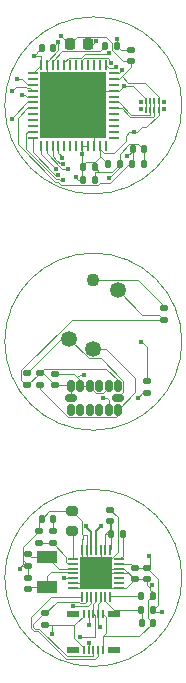
<source format=gbr>
%TF.GenerationSoftware,KiCad,Pcbnew,9.0.0*%
%TF.CreationDate,2025-03-13T16:46:44-04:00*%
%TF.ProjectId,IngestibleCapsule-Board_larger_vias,496e6765-7374-4696-926c-654361707375,rev?*%
%TF.SameCoordinates,Original*%
%TF.FileFunction,Copper,L1,Top*%
%TF.FilePolarity,Positive*%
%FSLAX46Y46*%
G04 Gerber Fmt 4.6, Leading zero omitted, Abs format (unit mm)*
G04 Created by KiCad (PCBNEW 9.0.0) date 2025-03-13 16:46:44*
%MOMM*%
%LPD*%
G01*
G04 APERTURE LIST*
G04 Aperture macros list*
%AMRoundRect*
0 Rectangle with rounded corners*
0 $1 Rounding radius*
0 $2 $3 $4 $5 $6 $7 $8 $9 X,Y pos of 4 corners*
0 Add a 4 corners polygon primitive as box body*
4,1,4,$2,$3,$4,$5,$6,$7,$8,$9,$2,$3,0*
0 Add four circle primitives for the rounded corners*
1,1,$1+$1,$2,$3*
1,1,$1+$1,$4,$5*
1,1,$1+$1,$6,$7*
1,1,$1+$1,$8,$9*
0 Add four rect primitives between the rounded corners*
20,1,$1+$1,$2,$3,$4,$5,0*
20,1,$1+$1,$4,$5,$6,$7,0*
20,1,$1+$1,$6,$7,$8,$9,0*
20,1,$1+$1,$8,$9,$2,$3,0*%
G04 Aperture macros list end*
%TA.AperFunction,SMDPad,CuDef*%
%ADD10R,0.220000X0.700000*%
%TD*%
%TA.AperFunction,SMDPad,CuDef*%
%ADD11R,1.000000X0.500000*%
%TD*%
%TA.AperFunction,HeatsinkPad*%
%ADD12R,2.700000X2.700000*%
%TD*%
%TA.AperFunction,SMDPad,CuDef*%
%ADD13RoundRect,0.050000X-0.050000X-0.362500X0.050000X-0.362500X0.050000X0.362500X-0.050000X0.362500X0*%
%TD*%
%TA.AperFunction,SMDPad,CuDef*%
%ADD14RoundRect,0.050000X-0.362500X-0.050000X0.362500X-0.050000X0.362500X0.050000X-0.362500X0.050000X0*%
%TD*%
%TA.AperFunction,SMDPad,CuDef*%
%ADD15RoundRect,0.140000X-0.170000X0.140000X-0.170000X-0.140000X0.170000X-0.140000X0.170000X0.140000X0*%
%TD*%
%TA.AperFunction,SMDPad,CuDef*%
%ADD16RoundRect,0.140000X0.170000X-0.140000X0.170000X0.140000X-0.170000X0.140000X-0.170000X-0.140000X0*%
%TD*%
%TA.AperFunction,SMDPad,CuDef*%
%ADD17RoundRect,0.135000X0.135000X0.185000X-0.135000X0.185000X-0.135000X-0.185000X0.135000X-0.185000X0*%
%TD*%
%TA.AperFunction,SMDPad,CuDef*%
%ADD18RoundRect,0.140000X-0.140000X-0.170000X0.140000X-0.170000X0.140000X0.170000X-0.140000X0.170000X0*%
%TD*%
%TA.AperFunction,ComponentPad*%
%ADD19C,1.350000*%
%TD*%
%TA.AperFunction,ComponentPad*%
%ADD20C,1.100000*%
%TD*%
%TA.AperFunction,SMDPad,CuDef*%
%ADD21RoundRect,0.135000X-0.185000X0.135000X-0.185000X-0.135000X0.185000X-0.135000X0.185000X0.135000X0*%
%TD*%
%TA.AperFunction,SMDPad,CuDef*%
%ADD22RoundRect,0.225000X-0.225000X-0.250000X0.225000X-0.250000X0.225000X0.250000X-0.225000X0.250000X0*%
%TD*%
%TA.AperFunction,SMDPad,CuDef*%
%ADD23RoundRect,0.140000X0.140000X0.170000X-0.140000X0.170000X-0.140000X-0.170000X0.140000X-0.170000X0*%
%TD*%
%TA.AperFunction,SMDPad,CuDef*%
%ADD24RoundRect,0.200000X0.275000X-0.200000X0.275000X0.200000X-0.275000X0.200000X-0.275000X-0.200000X0*%
%TD*%
%TA.AperFunction,SMDPad,CuDef*%
%ADD25RoundRect,0.135000X0.185000X-0.135000X0.185000X0.135000X-0.185000X0.135000X-0.185000X-0.135000X0*%
%TD*%
%TA.AperFunction,SMDPad,CuDef*%
%ADD26RoundRect,0.135000X-0.135000X-0.185000X0.135000X-0.185000X0.135000X0.185000X-0.135000X0.185000X0*%
%TD*%
%TA.AperFunction,SMDPad,CuDef*%
%ADD27R,0.380000X0.300000*%
%TD*%
%TA.AperFunction,SMDPad,CuDef*%
%ADD28R,0.200000X0.520000*%
%TD*%
%TA.AperFunction,SMDPad,CuDef*%
%ADD29RoundRect,0.062500X-0.375000X-0.062500X0.375000X-0.062500X0.375000X0.062500X-0.375000X0.062500X0*%
%TD*%
%TA.AperFunction,SMDPad,CuDef*%
%ADD30RoundRect,0.062500X-0.062500X-0.375000X0.062500X-0.375000X0.062500X0.375000X-0.062500X0.375000X0*%
%TD*%
%TA.AperFunction,HeatsinkPad*%
%ADD31R,5.600000X5.600000*%
%TD*%
%TA.AperFunction,SMDPad,CuDef*%
%ADD32R,1.800000X1.000000*%
%TD*%
%TA.AperFunction,SMDPad,CuDef*%
%ADD33RoundRect,0.150000X-0.150000X0.325000X-0.150000X-0.325000X0.150000X-0.325000X0.150000X0.325000X0*%
%TD*%
%TA.AperFunction,SMDPad,CuDef*%
%ADD34RoundRect,0.150000X-0.325000X0.150000X-0.325000X-0.150000X0.325000X-0.150000X0.325000X0.150000X0*%
%TD*%
%TA.AperFunction,SMDPad,CuDef*%
%ADD35RoundRect,0.147500X-0.147500X-0.172500X0.147500X-0.172500X0.147500X0.172500X-0.147500X0.172500X0*%
%TD*%
%TA.AperFunction,ViaPad*%
%ADD36C,0.450000*%
%TD*%
%TA.AperFunction,Conductor*%
%ADD37C,0.200000*%
%TD*%
%TA.AperFunction,Conductor*%
%ADD38C,0.100000*%
%TD*%
%TA.AperFunction,Profile*%
%ADD39C,0.050000*%
%TD*%
G04 APERTURE END LIST*
D10*
%TO.P,J4,1,1*%
%TO.N,SPI_GND*%
X100800001Y-118050001D03*
%TO.P,J4,2,2*%
%TO.N,/SPI_MISO*%
X100399999Y-118050001D03*
%TO.P,J4,3,3*%
%TO.N,/SPI_MOSI*%
X100000000Y-118050001D03*
%TO.P,J4,4,4*%
%TO.N,/MEM_CS*%
X99600001Y-118050001D03*
%TO.P,J4,5,5*%
%TO.N,SPI_VDD*%
X99199999Y-118050001D03*
%TO.P,J4,6,6*%
%TO.N,SPI_GND*%
X100800001Y-121149999D03*
%TO.P,J4,7,7*%
%TO.N,/RF_IRQ*%
X100399999Y-121149999D03*
%TO.P,J4,8,8*%
%TO.N,/RF_CS*%
X100000000Y-121149999D03*
%TO.P,J4,9,9*%
%TO.N,/SPI_SCK*%
X99600001Y-121149999D03*
%TO.P,J4,10,10*%
%TO.N,SPI_VDD*%
X99199999Y-121149999D03*
D11*
%TO.P,J4,P1*%
%TO.N,N/C*%
X101749996Y-118100000D03*
%TO.P,J4,P2*%
X98250004Y-118100000D03*
%TO.P,J4,P3*%
X101749996Y-121100000D03*
%TO.P,J4,P4*%
X98250004Y-121100000D03*
%TD*%
D12*
%TO.P,U5,29,GND*%
%TO.N,SPI_GND*%
X100225000Y-114625000D03*
D13*
%TO.P,U5,28,GND*%
X99025000Y-112662500D03*
%TO.P,U5,27,GND*%
X99425000Y-112662500D03*
%TO.P,U5,26,RFP*%
%TO.N,/RF Transceiver/RFP*%
X99825000Y-112662500D03*
%TO.P,U5,25,RFN*%
%TO.N,/RF Transceiver/RFN*%
X100225000Y-112662500D03*
%TO.P,U5,24,GND*%
%TO.N,SPI_GND*%
X100625000Y-112662500D03*
%TO.P,U5,23,AVDD_1V*%
%TO.N,Net-(U5-AVDD_1V)*%
X101025000Y-112662500D03*
%TO.P,U5,22,DVDD_1V*%
X101425000Y-112662500D03*
D14*
%TO.P,U5,21,REG_OUT*%
%TO.N,Net-(U5-REG_OUT)*%
X102187500Y-113425000D03*
%TO.P,U5,20,DVDD_3V*%
%TO.N,SPI_VDD*%
X102187500Y-113825000D03*
%TO.P,U5,19,RES*%
%TO.N,SPI_GND*%
X102187500Y-114225000D03*
%TO.P,U5,18,RES*%
X102187500Y-114625000D03*
%TO.P,U5,17,PLL_CLK*%
%TO.N,unconnected-(U5-PLL_CLK-Pad17)*%
X102187500Y-115025000D03*
%TO.P,U5,16,XTAL_CLK*%
%TO.N,unconnected-(U5-XTAL_CLK-Pad16)*%
X102187500Y-115425000D03*
%TO.P,U5,15,RES*%
%TO.N,SPI_GND*%
X102187500Y-115825000D03*
D13*
%TO.P,U5,14,DVDD_1V8*%
%TO.N,Net-(U5-DVDD_1V8)*%
X101425000Y-116587500D03*
%TO.P,U5,13,RSTN*%
%TO.N,Net-(U5-RSTN)*%
X101025000Y-116587500D03*
%TO.P,U5,12,MISO*%
%TO.N,/SPI_MISO*%
X100625000Y-116587500D03*
%TO.P,U5,11,MOSI*%
%TO.N,/SPI_MOSI*%
X100225000Y-116587500D03*
%TO.P,U5,10,SCK*%
%TO.N,/SPI_SCK*%
X99825000Y-116587500D03*
%TO.P,U5,9,CSN*%
%TO.N,/RF_CS*%
X99425000Y-116587500D03*
%TO.P,U5,8,IRQ*%
%TO.N,/RF_IRQ*%
X99025000Y-116587500D03*
D14*
%TO.P,U5,7,SHUTDOWN*%
%TO.N,SPI_GND*%
X98262500Y-115825000D03*
%TO.P,U5,6,GND*%
X98262500Y-115425000D03*
%TO.P,U5,5,AVDD_3V*%
%TO.N,SPI_VDD*%
X98262500Y-115025000D03*
%TO.P,U5,4,XTAL_C2*%
%TO.N,Net-(U5-XTAL_C2)*%
X98262500Y-114625000D03*
%TO.P,U5,3,XTAL_C1*%
%TO.N,Net-(U5-XTAL_C1)*%
X98262500Y-114225000D03*
%TO.P,U5,2,PLL_TUNE*%
%TO.N,Net-(U5-PLL_TUNE)*%
X98262500Y-113825000D03*
%TO.P,U5,1,BIAS*%
%TO.N,Net-(U5-BIAS)*%
X98262500Y-113425000D03*
%TD*%
D15*
%TO.P,C19,1*%
%TO.N,SPI_VDD*%
X104550000Y-114145000D03*
%TO.P,C19,2*%
%TO.N,SPI_GND*%
X104550000Y-115105000D03*
%TD*%
%TO.P,C18,1*%
%TO.N,SPI_VDD*%
X103500000Y-114140000D03*
%TO.P,C18,2*%
%TO.N,SPI_GND*%
X103500000Y-115100000D03*
%TD*%
D16*
%TO.P,C13,1*%
%TO.N,I2C_VDD*%
X106000000Y-93130000D03*
%TO.P,C13,2*%
%TO.N,I2C_GND*%
X106000000Y-92170000D03*
%TD*%
D17*
%TO.P,R10,1*%
%TO.N,SPI_VDD*%
X105090000Y-117700000D03*
%TO.P,R10,2*%
%TO.N,Net-(U5-RSTN)*%
X104070000Y-117700000D03*
%TD*%
D18*
%TO.P,C5,1*%
%TO.N,+3.3V*%
X95620000Y-70100000D03*
%TO.P,C5,2*%
%TO.N,GND*%
X96580000Y-70100000D03*
%TD*%
%TO.P,C9,1*%
%TO.N,+3.3V*%
X99140000Y-81280000D03*
%TO.P,C9,2*%
%TO.N,GND*%
X100100000Y-81280000D03*
%TD*%
D19*
%TO.P,U2,1,SDA*%
%TO.N,/SEN_I2C_SDA*%
X100000000Y-95600000D03*
%TO.P,U2,2,VDD*%
%TO.N,I2C_VDD*%
X102065000Y-90615000D03*
D20*
%TO.P,U2,3,GND*%
%TO.N,I2C_GND*%
X100000000Y-89760000D03*
D19*
%TO.P,U2,4,SCL*%
%TO.N,/SEN_I2C_SCL*%
X97935000Y-94745000D03*
%TD*%
D16*
%TO.P,C20,1*%
%TO.N,Net-(U5-AVDD_1V)*%
X101425000Y-110205000D03*
%TO.P,C20,2*%
%TO.N,SPI_GND*%
X101425000Y-109245000D03*
%TD*%
D21*
%TO.P,R5,1*%
%TO.N,I2C_GND*%
X104550000Y-98330000D03*
%TO.P,R5,2*%
%TO.N,Net-(U3-SDO{slash}ADDR)*%
X104550000Y-99350000D03*
%TD*%
D18*
%TO.P,C17,1*%
%TO.N,Net-(U5-RSTN)*%
X104090000Y-118800000D03*
%TO.P,C17,2*%
%TO.N,SPI_GND*%
X105050000Y-118800000D03*
%TD*%
D16*
%TO.P,C23,1*%
%TO.N,Net-(U5-PLL_TUNE)*%
X95400000Y-112010000D03*
%TO.P,C23,2*%
%TO.N,SPI_GND*%
X95400000Y-111050000D03*
%TD*%
%TO.P,C12,1*%
%TO.N,I2C_VDD*%
X96750000Y-98680000D03*
%TO.P,C12,2*%
%TO.N,I2C_GND*%
X96750000Y-97720000D03*
%TD*%
D22*
%TO.P,C10,1*%
%TO.N,+3.3V*%
X98000000Y-69800000D03*
%TO.P,C10,2*%
%TO.N,GND*%
X99550000Y-69800000D03*
%TD*%
D23*
%TO.P,C22,1*%
%TO.N,Net-(C22-Pad1)*%
X96580000Y-110000000D03*
%TO.P,C22,2*%
%TO.N,SPI_GND*%
X95620000Y-110000000D03*
%TD*%
D18*
%TO.P,C8,1*%
%TO.N,+3.3V*%
X99150000Y-80230000D03*
%TO.P,C8,2*%
%TO.N,GND*%
X100110000Y-80230000D03*
%TD*%
%TO.P,C21,1*%
%TO.N,Net-(U5-DVDD_1V8)*%
X104070000Y-116550000D03*
%TO.P,C21,2*%
%TO.N,SPI_GND*%
X105030000Y-116550000D03*
%TD*%
%TO.P,C11,1*%
%TO.N,/Processor/NRST*%
X103320000Y-78700000D03*
%TO.P,C11,2*%
%TO.N,GND*%
X104280000Y-78700000D03*
%TD*%
D16*
%TO.P,C15,1*%
%TO.N,Net-(U5-XTAL_C2)*%
X94500000Y-115980000D03*
%TO.P,C15,2*%
%TO.N,SPI_GND*%
X94500000Y-115020000D03*
%TD*%
D24*
%TO.P,R11,1*%
%TO.N,Net-(U5-BIAS)*%
X98200000Y-111025000D03*
%TO.P,R11,2*%
%TO.N,SPI_GND*%
X98200000Y-109375000D03*
%TD*%
D21*
%TO.P,R7,1*%
%TO.N,I2C_VDD*%
X95450000Y-97680000D03*
%TO.P,R7,2*%
%TO.N,/SEN_I2C_SDA*%
X95450000Y-98700000D03*
%TD*%
D16*
%TO.P,C6,1*%
%TO.N,+3.3V*%
X103200000Y-71280000D03*
%TO.P,C6,2*%
%TO.N,GND*%
X103200000Y-70320000D03*
%TD*%
D18*
%TO.P,C7,1*%
%TO.N,+3.3V*%
X101260000Y-80000000D03*
%TO.P,C7,2*%
%TO.N,GND*%
X102220000Y-80000000D03*
%TD*%
D25*
%TO.P,R6,1*%
%TO.N,I2C_VDD*%
X94350000Y-98710000D03*
%TO.P,R6,2*%
%TO.N,/SEN_I2C_SCL*%
X94350000Y-97690000D03*
%TD*%
%TO.P,R9,1*%
%TO.N,SPI_VDD*%
X95950000Y-119010000D03*
%TO.P,R9,2*%
%TO.N,/RF_CS*%
X95950000Y-117990000D03*
%TD*%
D26*
%TO.P,R3,1*%
%TO.N,/Processor/NRST*%
X103300000Y-80000000D03*
%TO.P,R3,2*%
%TO.N,GND*%
X104320000Y-80000000D03*
%TD*%
D27*
%TO.P,J2,*%
%TO.N,*%
X104035000Y-74720000D03*
X104035000Y-75280000D03*
X105965000Y-74720000D03*
X105965000Y-75280000D03*
D28*
%TO.P,J2,1,1*%
%TO.N,GND*%
X104475000Y-74610000D03*
X104475000Y-75390000D03*
%TO.P,J2,2,2*%
%TO.N,/MCU_I2C_SCL*%
X104825000Y-74610000D03*
X104825000Y-75390000D03*
%TO.P,J2,3,3*%
%TO.N,/MCU_I2C_SDA*%
X105175000Y-74610000D03*
X105175000Y-75390000D03*
%TO.P,J2,4,4*%
%TO.N,+3.3V*%
X105525000Y-74610000D03*
X105525000Y-75390000D03*
%TD*%
D25*
%TO.P,R12,1*%
%TO.N,Net-(U5-PLL_TUNE)*%
X96550000Y-112070000D03*
%TO.P,R12,2*%
%TO.N,Net-(C22-Pad1)*%
X96550000Y-111050000D03*
%TD*%
D29*
%TO.P,U1,1,VBAT*%
%TO.N,+3.3V*%
X94862500Y-72250000D03*
%TO.P,U1,2,PC13*%
%TO.N,unconnected-(U1-PC13-Pad2)*%
X94862500Y-72750000D03*
%TO.P,U1,3,PC14*%
%TO.N,Net-(U1-PC14)*%
X94862500Y-73250000D03*
%TO.P,U1,4,PC15*%
%TO.N,Net-(U1-PC15)*%
X94862500Y-73750000D03*
%TO.P,U1,5,PF0*%
%TO.N,Net-(U1-PF0)*%
X94862500Y-74250000D03*
%TO.P,U1,6,PF1*%
%TO.N,Net-(U1-PF1)*%
X94862500Y-74750000D03*
%TO.P,U1,7,PG10*%
%TO.N,/Processor/NRST*%
X94862500Y-75250000D03*
%TO.P,U1,8,PA0*%
%TO.N,unconnected-(U1-PA0-Pad8)*%
X94862500Y-75750000D03*
%TO.P,U1,9,PA1*%
%TO.N,unconnected-(U1-PA1-Pad9)*%
X94862500Y-76250000D03*
%TO.P,U1,10,PA2*%
%TO.N,unconnected-(U1-PA2-Pad10)*%
X94862500Y-76750000D03*
%TO.P,U1,11,PA3*%
%TO.N,/MCU_RF_IRQ*%
X94862500Y-77250000D03*
%TO.P,U1,12,PA4*%
%TO.N,/MCU_RF_CS*%
X94862500Y-77750000D03*
D30*
%TO.P,U1,13,PA5*%
%TO.N,/MCU_SPI_SCK*%
X95550000Y-78437500D03*
%TO.P,U1,14,PA6*%
%TO.N,/MCU_SPI_MISO*%
X96050000Y-78437500D03*
%TO.P,U1,15,PA7*%
%TO.N,/MCU_SPI_MOSI*%
X96550000Y-78437500D03*
%TO.P,U1,16,PC4*%
%TO.N,/MCU_MEM_CS*%
X97050000Y-78437500D03*
%TO.P,U1,17,PB0*%
%TO.N,unconnected-(U1-PB0-Pad17)*%
X97550000Y-78437500D03*
%TO.P,U1,18,PB1*%
%TO.N,unconnected-(U1-PB1-Pad18)*%
X98050000Y-78437500D03*
%TO.P,U1,19,PB2*%
%TO.N,unconnected-(U1-PB2-Pad19)*%
X98550000Y-78437500D03*
%TO.P,U1,20,VREF+*%
%TO.N,+3.3V*%
X99050000Y-78437500D03*
%TO.P,U1,21,VDDA*%
X99550000Y-78437500D03*
%TO.P,U1,22,PB10*%
%TO.N,GND*%
X100050000Y-78437500D03*
%TO.P,U1,23,VDD*%
%TO.N,+3.3V*%
X100550000Y-78437500D03*
%TO.P,U1,24,PB11*%
%TO.N,unconnected-(U1-PB11-Pad24)*%
X101050000Y-78437500D03*
D29*
%TO.P,U1,25,PB12*%
%TO.N,unconnected-(U1-PB12-Pad25)*%
X101737500Y-77750000D03*
%TO.P,U1,26,PB13*%
%TO.N,unconnected-(U1-PB13-Pad26)*%
X101737500Y-77250000D03*
%TO.P,U1,27,PB14*%
%TO.N,unconnected-(U1-PB14-Pad27)*%
X101737500Y-76750000D03*
%TO.P,U1,28,PB15*%
%TO.N,unconnected-(U1-PB15-Pad28)*%
X101737500Y-76250000D03*
%TO.P,U1,29,PC6*%
%TO.N,unconnected-(U1-PC6-Pad29)*%
X101737500Y-75750000D03*
%TO.P,U1,30,PA8*%
%TO.N,/MCU_I2C_SDA*%
X101737500Y-75250000D03*
%TO.P,U1,31,PA9*%
%TO.N,/MCU_I2C_SCL*%
X101737500Y-74750000D03*
%TO.P,U1,32,PA10*%
%TO.N,unconnected-(U1-PA10-Pad32)*%
X101737500Y-74250000D03*
%TO.P,U1,33,PA11*%
%TO.N,GND*%
X101737500Y-73750000D03*
%TO.P,U1,34,PA12*%
%TO.N,unconnected-(U1-PA12-Pad34)*%
X101737500Y-73250000D03*
%TO.P,U1,35,VDD*%
%TO.N,+3.3V*%
X101737500Y-72750000D03*
%TO.P,U1,36,PA13*%
%TO.N,/Processor/SWDIO*%
X101737500Y-72250000D03*
D30*
%TO.P,U1,37,PA14*%
%TO.N,/Processor/SWCLK*%
X101050000Y-71562500D03*
%TO.P,U1,38,PA15*%
%TO.N,unconnected-(U1-PA15-Pad38)*%
X100550000Y-71562500D03*
%TO.P,U1,39,PC10*%
%TO.N,unconnected-(U1-PC10-Pad39)*%
X100050000Y-71562500D03*
%TO.P,U1,40,PC11*%
%TO.N,unconnected-(U1-PC11-Pad40)*%
X99550000Y-71562500D03*
%TO.P,U1,41,PB3*%
%TO.N,/Processor/SWO*%
X99050000Y-71562500D03*
%TO.P,U1,42,PB4*%
%TO.N,unconnected-(U1-PB4-Pad42)*%
X98550000Y-71562500D03*
%TO.P,U1,43,PB5*%
%TO.N,unconnected-(U1-PB5-Pad43)*%
X98050000Y-71562500D03*
%TO.P,U1,44,PB6*%
%TO.N,/Processor/LED_OUT*%
X97550000Y-71562500D03*
%TO.P,U1,45,PB7*%
%TO.N,unconnected-(U1-PB7-Pad45)*%
X97050000Y-71562500D03*
%TO.P,U1,46,PB8*%
%TO.N,/Processor/BOOT0*%
X96550000Y-71562500D03*
%TO.P,U1,47,PB9*%
%TO.N,GND*%
X96050000Y-71562500D03*
%TO.P,U1,48,VDD*%
%TO.N,+3.3V*%
X95550000Y-71562500D03*
D31*
%TO.P,U1,49,VSS*%
%TO.N,GND*%
X98300000Y-75000000D03*
%TD*%
D15*
%TO.P,C16,1*%
%TO.N,Net-(U5-XTAL_C1)*%
X94500000Y-113020000D03*
%TO.P,C16,2*%
%TO.N,SPI_GND*%
X94500000Y-113980000D03*
%TD*%
D32*
%TO.P,Y3,1,1*%
%TO.N,Net-(U5-XTAL_C2)*%
X96100000Y-115750000D03*
%TO.P,Y3,2,2*%
%TO.N,Net-(U5-XTAL_C1)*%
X96100000Y-113250000D03*
%TD*%
D33*
%TO.P,U3,1,Vdd_I/O*%
%TO.N,I2C_VDD*%
X102100000Y-98750000D03*
%TO.P,U3,2,GND*%
%TO.N,I2C_GND*%
X101300000Y-98750000D03*
%TO.P,U3,3,RES*%
%TO.N,unconnected-(U3-RES-Pad3)*%
X100500000Y-98750000D03*
%TO.P,U3,4,GND*%
%TO.N,I2C_GND*%
X99700000Y-98750000D03*
%TO.P,U3,5,GND*%
X98900000Y-98750000D03*
%TO.P,U3,6,Vs*%
%TO.N,I2C_VDD*%
X98100000Y-98750000D03*
D34*
%TO.P,U3,7,~{CS}*%
X98100000Y-99750000D03*
D33*
%TO.P,U3,8,INT1*%
%TO.N,unconnected-(U3-INT1-Pad8)*%
X98100000Y-100750000D03*
%TO.P,U3,9,INT2*%
%TO.N,unconnected-(U3-INT2-Pad9)*%
X98900000Y-100750000D03*
%TO.P,U3,10,NC*%
%TO.N,unconnected-(U3-NC-Pad10)*%
X99700000Y-100750000D03*
%TO.P,U3,11,RES*%
%TO.N,unconnected-(U3-RES-Pad11)*%
X100500000Y-100750000D03*
%TO.P,U3,12,SDO/ADDR*%
%TO.N,Net-(U3-SDO{slash}ADDR)*%
X101300000Y-100750000D03*
%TO.P,U3,13,SDA/SDI/SDIO*%
%TO.N,/SEN_I2C_SDA*%
X102100000Y-100750000D03*
D34*
%TO.P,U3,14,SCL/SCLK*%
%TO.N,/SEN_I2C_SCL*%
X102100000Y-99750000D03*
%TD*%
D26*
%TO.P,R2,1*%
%TO.N,/Processor/BOOT0*%
X100980000Y-70000000D03*
%TO.P,R2,2*%
%TO.N,GND*%
X102000000Y-70000000D03*
%TD*%
D35*
%TO.P,L1,1*%
%TO.N,Net-(U5-AVDD_1V)*%
X101530000Y-111250000D03*
%TO.P,L1,2*%
%TO.N,Net-(U5-REG_OUT)*%
X102500000Y-111250000D03*
%TD*%
D36*
%TO.N,Net-(U1-PC15)*%
X93125000Y-73760000D03*
%TO.N,Net-(U1-PF1)*%
X93078968Y-76120526D03*
%TO.N,/Processor/NRST*%
X102890000Y-79280000D03*
%TO.N,GND*%
X97380000Y-76440000D03*
X100400000Y-76830000D03*
X101320000Y-81120000D03*
X102580000Y-73330000D03*
X97050000Y-69620000D03*
X100250000Y-69549000D03*
X102000000Y-69350000D03*
%TO.N,Net-(U1-PF0)*%
X94000000Y-74100000D03*
%TO.N,Net-(U1-PC14)*%
X93570000Y-72740000D03*
%TO.N,+3.3V*%
X97233053Y-69101353D03*
X98499933Y-81089999D03*
X94990000Y-70800000D03*
X103430000Y-77250000D03*
X99000000Y-79140000D03*
%TO.N,/Processor/LED_OUT*%
X101336290Y-70594829D03*
%TO.N,/Processor/SWO*%
X101500000Y-71372187D03*
%TO.N,/Processor/SWDIO*%
X102417334Y-71977334D03*
%TO.N,/Processor/SWCLK*%
X101890000Y-71760000D03*
%TO.N,Net-(U3-SDO{slash}ADDR)*%
X103750000Y-99750000D03*
X100820000Y-99770000D03*
%TO.N,/RF Transceiver/RFP*%
X99420000Y-110620000D03*
%TO.N,/RF Transceiver/RFN*%
X100660000Y-110640000D03*
%TO.N,I2C_GND*%
X104059900Y-95003004D03*
X99190000Y-97820000D03*
%TO.N,/MCU_SPI_MOSI*%
X97471597Y-79961266D03*
%TO.N,/MCU_MEM_CS*%
X97312549Y-79434762D03*
%TO.N,/MCU_SPI_MISO*%
X97825002Y-80398683D03*
%TO.N,/MCU_RF_IRQ*%
X97413758Y-81311285D03*
%TO.N,/MCU_RF_CS*%
X97045454Y-80894000D03*
%TO.N,/MCU_SPI_SCK*%
X96832675Y-80386823D03*
%TO.N,SPI_GND*%
X105000000Y-115610000D03*
X93810000Y-114220000D03*
%TO.N,SPI_VDD*%
X97480000Y-115000000D03*
X104750000Y-113150000D03*
X105840000Y-117880000D03*
X96520000Y-119750000D03*
%TO.N,/SPI_MOSI*%
X98890000Y-119990000D03*
%TO.N,/MEM_CS*%
X99600000Y-118960000D03*
%TO.N,/SPI_MISO*%
X100600000Y-119180000D03*
%TO.N,/SPI_SCK*%
X98250000Y-117390000D03*
X99600000Y-120475000D03*
%TD*%
D37*
%TO.N,/RF Transceiver/RFP*%
X99825000Y-111095000D02*
X99825000Y-112662500D01*
X99390000Y-110660000D02*
X99825000Y-111095000D01*
X99420000Y-110620000D02*
X99390000Y-110650000D01*
X99390000Y-110650000D02*
X99390000Y-110660000D01*
D38*
%TO.N,SPI_VDD*%
X105270000Y-117880000D02*
X105090000Y-117700000D01*
X105840000Y-117880000D02*
X105270000Y-117880000D01*
%TO.N,SPI_GND*%
X105030000Y-116205000D02*
X105030000Y-116550000D01*
X104840000Y-115770000D02*
X104840000Y-116015000D01*
X104840000Y-116015000D02*
X105030000Y-116205000D01*
X104550000Y-115625000D02*
X104550000Y-115105000D01*
X104695000Y-115770000D02*
X104550000Y-115625000D01*
X105000000Y-115610000D02*
X104840000Y-115770000D01*
X104840000Y-115770000D02*
X104695000Y-115770000D01*
%TO.N,SPI_VDD*%
X104762500Y-113932500D02*
X104550000Y-114145000D01*
X104762500Y-113162500D02*
X104762500Y-113932500D01*
X104750000Y-113150000D02*
X104762500Y-113162500D01*
%TO.N,/SPI_SCK*%
X99540000Y-117390000D02*
X99825000Y-117105000D01*
X98250000Y-117390000D02*
X99540000Y-117390000D01*
X99825000Y-117105000D02*
X99825000Y-116587500D01*
%TO.N,/RF_CS*%
X98749358Y-117010000D02*
X96930000Y-117010000D01*
X98890358Y-117151000D02*
X98749358Y-117010000D01*
X99400000Y-117020000D02*
X99269000Y-117151000D01*
X99269000Y-117151000D02*
X98890358Y-117151000D01*
X99405000Y-117020000D02*
X99400000Y-117020000D01*
X99425000Y-116587500D02*
X99425000Y-117000000D01*
X99425000Y-117000000D02*
X99405000Y-117020000D01*
X96930000Y-117010000D02*
X95950000Y-117990000D01*
%TO.N,/SPI_MISO*%
X100399999Y-118488911D02*
X100399999Y-118050001D01*
X100400000Y-118488912D02*
X100399999Y-118488911D01*
X100400000Y-118980000D02*
X100400000Y-118488912D01*
X100600000Y-119180000D02*
X100400000Y-118980000D01*
%TO.N,SPI_GND*%
X101080000Y-118330000D02*
X100800001Y-118050001D01*
X101080000Y-119670001D02*
X101080000Y-118330000D01*
X100800001Y-119950000D02*
X101080000Y-119670001D01*
%TO.N,/MEM_CS*%
X99600001Y-118600001D02*
X99600001Y-118050001D01*
X99600000Y-118600002D02*
X99600001Y-118600001D01*
X99600000Y-118960000D02*
X99600000Y-118600002D01*
%TO.N,SPI_VDD*%
X96520000Y-119015000D02*
X96525000Y-119010000D01*
X96520000Y-119750000D02*
X96520000Y-119015000D01*
%TO.N,/SPI_SCK*%
X99600001Y-121149999D02*
X99600001Y-120475001D01*
X99600001Y-120475001D02*
X99600000Y-120475000D01*
%TO.N,SPI_VDD*%
X97750000Y-115000000D02*
X97480000Y-115000000D01*
X97775000Y-115025000D02*
X97750000Y-115000000D01*
X97775000Y-115025000D02*
X98262500Y-115025000D01*
%TO.N,Net-(U5-XTAL_C2)*%
X96100000Y-114810000D02*
X96100000Y-115750000D01*
X96430000Y-114480000D02*
X96100000Y-114810000D01*
X98117500Y-114480000D02*
X96430000Y-114480000D01*
X98262500Y-114625000D02*
X98117500Y-114480000D01*
D37*
%TO.N,/RF Transceiver/RFN*%
X100660000Y-110640000D02*
X100630000Y-110640000D01*
X100225000Y-111045000D02*
X100225000Y-112662500D01*
X100630000Y-110640000D02*
X100225000Y-111045000D01*
D38*
%TO.N,SPI_GND*%
X93810000Y-114065000D02*
X93825000Y-114050000D01*
X93810000Y-114220000D02*
X93810000Y-114065000D01*
X93895000Y-113980000D02*
X94500000Y-113980000D01*
X93825000Y-114050000D02*
X93895000Y-113980000D01*
X94039000Y-113836000D02*
X94039000Y-113519000D01*
X93825000Y-114050000D02*
X94039000Y-113836000D01*
%TO.N,I2C_GND*%
X104550000Y-95450000D02*
X104550000Y-98330000D01*
X104103004Y-95003004D02*
X104550000Y-95450000D01*
X104059900Y-95003004D02*
X104103004Y-95003004D01*
%TO.N,Net-(U3-SDO{slash}ADDR)*%
X103750000Y-99750000D02*
X104150000Y-99350000D01*
X104150000Y-99350000D02*
X104550000Y-99350000D01*
X101170000Y-99770000D02*
X101300000Y-99900000D01*
X101300000Y-99900000D02*
X101300000Y-100750000D01*
X100820000Y-99770000D02*
X101170000Y-99770000D01*
%TO.N,I2C_GND*%
X98855000Y-97820000D02*
X98649999Y-98025001D01*
X99190000Y-97820000D02*
X98855000Y-97820000D01*
%TO.N,+3.3V*%
X100550000Y-78678666D02*
X100550000Y-78437500D01*
X100897334Y-79026000D02*
X100550000Y-78678666D01*
X101774000Y-79026000D02*
X100897334Y-79026000D01*
X102750000Y-78050000D02*
X101774000Y-79026000D01*
X102750000Y-77550000D02*
X102750000Y-78050000D01*
X103025000Y-77275000D02*
X102750000Y-77550000D01*
X103245000Y-77275000D02*
X103025000Y-77275000D01*
X103430000Y-77250000D02*
X103270000Y-77250000D01*
X105525000Y-75834256D02*
X105525000Y-75390000D01*
X104495556Y-76863700D02*
X105525000Y-75834256D01*
X103430000Y-77250000D02*
X103700000Y-77250000D01*
X103700000Y-77250000D02*
X104086300Y-76863700D01*
X104086300Y-76863700D02*
X104495556Y-76863700D01*
X103270000Y-77250000D02*
X103245000Y-77275000D01*
X97380000Y-69180000D02*
X98000000Y-69800000D01*
X97233053Y-69101353D02*
X97311700Y-69180000D01*
X97311700Y-69180000D02*
X97380000Y-69180000D01*
X95550000Y-70850000D02*
X95550000Y-71562500D01*
X95250000Y-70470000D02*
X95620000Y-70100000D01*
X95500000Y-70800000D02*
X95550000Y-70850000D01*
X94990000Y-70800000D02*
X95500000Y-70800000D01*
X95250000Y-70540000D02*
X95250000Y-70470000D01*
X94990000Y-70800000D02*
X95250000Y-70540000D01*
%TO.N,/Processor/LED_OUT*%
X97901334Y-70970000D02*
X97550000Y-71321334D01*
X98920740Y-70970000D02*
X97901334Y-70970000D01*
X100633257Y-70631000D02*
X99259740Y-70631000D01*
X99259740Y-70631000D02*
X98920740Y-70970000D01*
X100633256Y-70631000D02*
X100633257Y-70631000D01*
X97550000Y-71321334D02*
X97550000Y-71562500D01*
X100634256Y-70630000D02*
X100633256Y-70631000D01*
X101304207Y-70630000D02*
X100634256Y-70630000D01*
X101336290Y-70594829D02*
X101336290Y-70597917D01*
X101336290Y-70597917D02*
X101304207Y-70630000D01*
%TO.N,/Processor/SWO*%
X99050000Y-71125001D02*
X99050000Y-71562500D01*
X99201001Y-70974000D02*
X99050000Y-71125001D01*
X100897334Y-70974000D02*
X99201001Y-70974000D01*
X101326000Y-71198187D02*
X101326000Y-71097334D01*
X101317770Y-71089104D02*
X101202666Y-70974000D01*
X101500000Y-71372187D02*
X101326000Y-71198187D01*
X101202666Y-70974000D02*
X100897334Y-70974000D01*
X101326000Y-71097334D02*
X101317770Y-71089104D01*
%TO.N,/Processor/BOOT0*%
X100550000Y-70430000D02*
X100980000Y-70000000D01*
X97381677Y-70430000D02*
X100550000Y-70430000D01*
X96550000Y-71562500D02*
X96550000Y-71261677D01*
X96550000Y-71261677D02*
X97381677Y-70430000D01*
%TO.N,/Processor/SWCLK*%
X101307500Y-71820000D02*
X101050000Y-71562500D01*
X101830000Y-71820000D02*
X101307500Y-71820000D01*
X101890000Y-71760000D02*
X101830000Y-71820000D01*
%TO.N,/Processor/SWDIO*%
X102144668Y-72250000D02*
X102417334Y-71977334D01*
X101737500Y-72250000D02*
X102144668Y-72250000D01*
%TO.N,+3.3V*%
X99050000Y-81190000D02*
X99140000Y-81280000D01*
X99000000Y-79140000D02*
X99050000Y-79190000D01*
X99050000Y-79190000D02*
X99050000Y-81190000D01*
X99050000Y-79090000D02*
X99000000Y-79140000D01*
X99050000Y-78437500D02*
X99050000Y-79090000D01*
%TO.N,/MCU_MEM_CS*%
X97312549Y-79434762D02*
X97312549Y-79272549D01*
X97312549Y-79272549D02*
X97050000Y-79010000D01*
X97050000Y-79010000D02*
X97050000Y-78437500D01*
%TO.N,/MCU_SPI_MOSI*%
X97225522Y-79961266D02*
X96848704Y-79584448D01*
X96848704Y-79584448D02*
X96550000Y-79285744D01*
X97471597Y-79961266D02*
X97225522Y-79961266D01*
X96550000Y-79285744D02*
X96550000Y-78437500D01*
%TO.N,/MCU_SPI_MISO*%
X96050000Y-79070000D02*
X96050000Y-78437500D01*
X97378683Y-80398683D02*
X96050000Y-79070000D01*
X97825002Y-80398683D02*
X97378683Y-80398683D01*
%TO.N,+3.3V*%
X98689934Y-81280000D02*
X98499933Y-81089999D01*
X99140000Y-81280000D02*
X98689934Y-81280000D01*
%TO.N,/MCU_SPI_SCK*%
X95550000Y-79130000D02*
X95550000Y-78437500D01*
X96832675Y-80386823D02*
X96806823Y-80386823D01*
X96806823Y-80386823D02*
X95550000Y-79130000D01*
%TO.N,/MCU_RF_CS*%
X94862500Y-78983988D02*
X94862500Y-77750000D01*
X97045454Y-80894000D02*
X96772512Y-80894000D01*
X96772512Y-80894000D02*
X94862500Y-78983988D01*
%TO.N,/MCU_RF_IRQ*%
X94425001Y-77250000D02*
X94862500Y-77250000D01*
X94274000Y-77401001D02*
X94425001Y-77250000D01*
X94274000Y-78679744D02*
X94274000Y-77401001D01*
X97103257Y-81269000D02*
X97103256Y-81269000D01*
X97103256Y-81269000D02*
X96936744Y-81269000D01*
X96936744Y-81269000D02*
X96863256Y-81269000D01*
X97145542Y-81311285D02*
X97103257Y-81269000D01*
X97413758Y-81311285D02*
X97145542Y-81311285D01*
X96863256Y-81269000D02*
X94274000Y-78679744D01*
%TO.N,/Processor/NRST*%
X102980000Y-80000000D02*
X103300000Y-80000000D01*
X101405584Y-81574416D02*
X102980000Y-80000000D01*
X100531000Y-81574416D02*
X101405584Y-81574416D01*
X100364416Y-81741000D02*
X100531000Y-81574416D01*
X98875584Y-81741000D02*
X100364416Y-81741000D01*
X98834584Y-81700000D02*
X98875584Y-81741000D01*
X97250000Y-81700000D02*
X98834584Y-81700000D01*
X97020000Y-81470000D02*
X97250000Y-81700000D01*
X93600000Y-76075001D02*
X93600000Y-78290000D01*
X94425001Y-75250000D02*
X93600000Y-76075001D01*
X96780000Y-81470000D02*
X97020000Y-81470000D01*
X94862500Y-75250000D02*
X94425001Y-75250000D01*
X93600000Y-78290000D02*
X96780000Y-81470000D01*
%TO.N,Net-(U1-PF0)*%
X94250000Y-74100000D02*
X94400000Y-74250000D01*
X94400000Y-74250000D02*
X94862500Y-74250000D01*
X94000000Y-74100000D02*
X94250000Y-74100000D01*
%TO.N,Net-(U1-PC15)*%
X93485000Y-73400000D02*
X93125000Y-73760000D01*
X94274000Y-73400000D02*
X93485000Y-73400000D01*
X94397334Y-73526000D02*
X94274000Y-73402666D01*
X94274000Y-73402666D02*
X94274000Y-73400000D01*
X94862500Y-73750000D02*
X94638500Y-73526000D01*
X94638500Y-73526000D02*
X94397334Y-73526000D01*
%TO.N,Net-(U1-PC14)*%
X94490000Y-73250000D02*
X94862500Y-73250000D01*
X93570000Y-72740000D02*
X93980000Y-72740000D01*
X93980000Y-72740000D02*
X94490000Y-73250000D01*
%TO.N,Net-(U1-PF1)*%
X93307499Y-75862501D02*
X93312500Y-75862501D01*
X93205000Y-75965000D02*
X93307499Y-75862501D01*
X94425001Y-74750000D02*
X94862500Y-74750000D01*
X93169474Y-76120526D02*
X93205000Y-76085000D01*
X93078968Y-76120526D02*
X93169474Y-76120526D01*
X93312500Y-75862501D02*
X94425001Y-74750000D01*
X93205000Y-76085000D02*
X93205000Y-75965000D01*
%TO.N,/Processor/NRST*%
X103320000Y-78850000D02*
X102890000Y-79280000D01*
X103320000Y-78700000D02*
X103320000Y-78850000D01*
%TO.N,GND*%
X100110000Y-80230000D02*
X100140000Y-80230000D01*
X100140000Y-80230000D02*
X100510000Y-80600000D01*
X100510000Y-80600000D02*
X101620000Y-80600000D01*
%TO.N,+3.3V*%
X99185000Y-79965000D02*
X99175000Y-79965000D01*
X99175000Y-79965000D02*
X99140000Y-80000000D01*
X100170000Y-79760000D02*
X99390000Y-79760000D01*
X99390000Y-79760000D02*
X99185000Y-79965000D01*
X100550000Y-79380000D02*
X100170000Y-79760000D01*
X100550000Y-79200000D02*
X100550000Y-79380000D01*
X99140000Y-80220000D02*
X99150000Y-80230000D01*
X99140000Y-80000000D02*
X99140000Y-80220000D01*
%TO.N,GND*%
X100100000Y-81280000D02*
X100100000Y-80600000D01*
X102220000Y-80220000D02*
X101320000Y-81120000D01*
X102220000Y-80000000D02*
X102220000Y-80220000D01*
X103345000Y-73320000D02*
X102590000Y-73320000D01*
X102590000Y-73320000D02*
X102580000Y-73330000D01*
X104475000Y-74450000D02*
X103345000Y-73320000D01*
X104475000Y-74610000D02*
X104475000Y-74450000D01*
X102160000Y-73750000D02*
X102580000Y-73330000D01*
X101737500Y-73750000D02*
X102160000Y-73750000D01*
X96580000Y-70090000D02*
X97050000Y-69620000D01*
X96580000Y-70100000D02*
X96580000Y-70090000D01*
X97021334Y-69648666D02*
X97050000Y-69620000D01*
X97021334Y-70350000D02*
X97021334Y-69648666D01*
X99999000Y-69800000D02*
X99550000Y-69800000D01*
X100250000Y-69549000D02*
X99999000Y-69800000D01*
X102000000Y-70000000D02*
X102000000Y-69350000D01*
X104280000Y-78700000D02*
X104280000Y-79400000D01*
X96050000Y-72750000D02*
X98300000Y-75000000D01*
X96050000Y-71562500D02*
X96050000Y-72750000D01*
X103055584Y-78239000D02*
X103819000Y-78239000D01*
X102320000Y-70320000D02*
X102000000Y-70000000D01*
X99550000Y-73750000D02*
X98300000Y-75000000D01*
X104280000Y-79400000D02*
X104280000Y-79960000D01*
X103200000Y-70320000D02*
X102320000Y-70320000D01*
X100050000Y-76750000D02*
X98300000Y-75000000D01*
X100100000Y-80600000D02*
X100510000Y-80600000D01*
X100050000Y-78437500D02*
X100050000Y-76750000D01*
X103819000Y-78239000D02*
X104280000Y-78700000D01*
X104475000Y-75390000D02*
X104475000Y-74610000D01*
X101620000Y-80600000D02*
X102220000Y-80000000D01*
X97021334Y-70350000D02*
X96050000Y-71321334D01*
X102220000Y-80000000D02*
X102220000Y-79074584D01*
X101737500Y-73750000D02*
X99550000Y-73750000D01*
X102220000Y-79074584D02*
X103055584Y-78239000D01*
X96050000Y-71321334D02*
X96050000Y-71562500D01*
X104280000Y-79960000D02*
X104320000Y-80000000D01*
%TO.N,+3.3V*%
X105525000Y-74250000D02*
X104351300Y-73076300D01*
X104351300Y-73076300D02*
X102976300Y-73076300D01*
X101579000Y-69692792D02*
X101579000Y-70307208D01*
X98626000Y-69174000D02*
X101060208Y-69174000D01*
X103200000Y-71724999D02*
X103200000Y-71280000D01*
X105525000Y-74610000D02*
X105525000Y-74250000D01*
X94862500Y-72250000D02*
X95550000Y-71562500D01*
X102551792Y-71280000D02*
X103200000Y-71280000D01*
X102412499Y-72512499D02*
X103200000Y-71724999D01*
X100550000Y-79290000D02*
X101260000Y-80000000D01*
X101737500Y-72750000D02*
X102174999Y-72750000D01*
X99550000Y-78437500D02*
X99050000Y-78437500D01*
X102174999Y-72750000D02*
X102412499Y-72512499D01*
X101579000Y-70307208D02*
X102551792Y-71280000D01*
X100550000Y-78437500D02*
X100550000Y-79200000D01*
X102976300Y-73076300D02*
X102412499Y-72512499D01*
X98000000Y-69800000D02*
X98626000Y-69174000D01*
X101060208Y-69174000D02*
X101579000Y-69692792D01*
X105525000Y-74610000D02*
X105525000Y-75390000D01*
X100550000Y-79200000D02*
X100550000Y-79290000D01*
%TO.N,/Processor/NRST*%
X103320000Y-78700000D02*
X103320000Y-79980000D01*
X103320000Y-79980000D02*
X103300000Y-80000000D01*
%TO.N,Net-(U5-XTAL_C2)*%
X94730000Y-115750000D02*
X94500000Y-115980000D01*
X96100000Y-115750000D02*
X94730000Y-115750000D01*
%TO.N,Net-(U5-XTAL_C1)*%
X97075000Y-114225000D02*
X96100000Y-113250000D01*
X94730000Y-113250000D02*
X94500000Y-113020000D01*
X96100000Y-113250000D02*
X94730000Y-113250000D01*
X98262500Y-114225000D02*
X97075000Y-114225000D01*
%TO.N,Net-(U5-RSTN)*%
X101025000Y-117000000D02*
X101725000Y-117700000D01*
X104070000Y-117770000D02*
X104090000Y-117790000D01*
X101725000Y-117700000D02*
X104070000Y-117700000D01*
X104070000Y-117700000D02*
X104070000Y-117770000D01*
X101025000Y-116587500D02*
X101025000Y-117000000D01*
X104090000Y-117790000D02*
X104090000Y-118800000D01*
%TO.N,Net-(U5-AVDD_1V)*%
X101530000Y-111250000D02*
X101530000Y-112557500D01*
X101530000Y-110310000D02*
X101425000Y-110205000D01*
X101530000Y-111250000D02*
X101025000Y-111250000D01*
X101025000Y-111250000D02*
X101025000Y-112662500D01*
X101425000Y-110850000D02*
X101425000Y-110205000D01*
X101530000Y-112557500D02*
X101425000Y-112662500D01*
X101025000Y-111250000D02*
X101425000Y-110850000D01*
X101530000Y-111250000D02*
X101530000Y-110310000D01*
%TO.N,Net-(U5-DVDD_1V8)*%
X101462500Y-116550000D02*
X101425000Y-116587500D01*
X104070000Y-116550000D02*
X101462500Y-116550000D01*
%TO.N,Net-(C22-Pad1)*%
X96580000Y-110000000D02*
X96580000Y-111020000D01*
X96580000Y-111020000D02*
X96550000Y-111050000D01*
%TO.N,Net-(U5-PLL_TUNE)*%
X96550000Y-112070000D02*
X97699000Y-113219000D01*
X96490000Y-112010000D02*
X96550000Y-112070000D01*
X95400000Y-112010000D02*
X96490000Y-112010000D01*
X97699000Y-113674000D02*
X97850000Y-113825000D01*
X97850000Y-113825000D02*
X98262500Y-113825000D01*
X97699000Y-113219000D02*
X97699000Y-113674000D01*
%TO.N,Net-(U5-REG_OUT)*%
X102500000Y-111250000D02*
X102500000Y-113112500D01*
X102500000Y-113112500D02*
X102187500Y-113425000D01*
%TO.N,Net-(U5-BIAS)*%
X98262500Y-111087500D02*
X98200000Y-111025000D01*
X98262500Y-113425000D02*
X98262500Y-111087500D01*
%TO.N,/MCU_I2C_SCL*%
X104775000Y-75800000D02*
X103224999Y-75800000D01*
X102174999Y-74750000D02*
X101737500Y-74750000D01*
X104825000Y-75750000D02*
X104775000Y-75800000D01*
X104825000Y-75390000D02*
X104825000Y-75750000D01*
X104825000Y-74610000D02*
X104825000Y-75390000D01*
X103224999Y-75800000D02*
X102174999Y-74750000D01*
%TO.N,/MCU_I2C_SDA*%
X105175000Y-75900000D02*
X105175000Y-75390000D01*
X103141743Y-76001000D02*
X105074000Y-76001000D01*
X101737500Y-75250000D02*
X102390743Y-75250000D01*
X105074000Y-76001000D02*
X105175000Y-75900000D01*
X102390743Y-75250000D02*
X103141743Y-76001000D01*
X105175000Y-75390000D02*
X105175000Y-74610000D01*
%TO.N,I2C_GND*%
X106000000Y-92170000D02*
X106000000Y-92000000D01*
X106000000Y-92000000D02*
X103760000Y-89760000D01*
X100778836Y-99376000D02*
X100221164Y-99376000D01*
X96750000Y-97720000D02*
X98344999Y-97720000D01*
X100221164Y-99376000D02*
X99700000Y-98854836D01*
X98900000Y-98275001D02*
X98900000Y-98750000D01*
X98649999Y-98025001D02*
X98900000Y-98275001D01*
X103760000Y-89760000D02*
X100000000Y-89760000D01*
X98344999Y-97720000D02*
X98649999Y-98025001D01*
X101300000Y-98750000D02*
X101300000Y-98854836D01*
X101300000Y-98854836D02*
X100778836Y-99376000D01*
X99700000Y-98750000D02*
X98900000Y-98750000D01*
X99700000Y-98854836D02*
X99700000Y-98750000D01*
%TO.N,I2C_VDD*%
X98181792Y-93130000D02*
X93879000Y-97432792D01*
X94350000Y-98710000D02*
X94420000Y-98710000D01*
X95841000Y-97289000D02*
X95450000Y-97680000D01*
X96750000Y-98680000D02*
X98030000Y-98680000D01*
X102100000Y-98275001D02*
X101113999Y-97289000D01*
X98100000Y-98750000D02*
X98100000Y-99750000D01*
X104160000Y-92710000D02*
X102065000Y-90615000D01*
X93879000Y-98239000D02*
X94350000Y-98710000D01*
X102100000Y-98750000D02*
X102100000Y-98275001D01*
X95750000Y-97680000D02*
X96750000Y-98680000D01*
X101113999Y-97289000D02*
X95841000Y-97289000D01*
X94420000Y-98710000D02*
X95450000Y-97680000D01*
X105580000Y-92710000D02*
X104160000Y-92710000D01*
X106000000Y-93130000D02*
X105580000Y-92710000D01*
X98030000Y-98680000D02*
X98100000Y-98750000D01*
X95450000Y-97680000D02*
X95750000Y-97680000D01*
X106000000Y-93130000D02*
X98181792Y-93130000D01*
X93879000Y-97432792D02*
X93879000Y-98239000D01*
%TO.N,/SEN_I2C_SDA*%
X101100000Y-95600000D02*
X100000000Y-95600000D01*
X95450000Y-98700000D02*
X95450000Y-99004836D01*
X101948999Y-101376000D02*
X102100000Y-101224999D01*
X103550000Y-98050000D02*
X101100000Y-95600000D01*
X102100000Y-100750000D02*
X103550000Y-99300000D01*
X103550000Y-99300000D02*
X103550000Y-98050000D01*
X95450000Y-99004836D02*
X97821164Y-101376000D01*
X102100000Y-101224999D02*
X102100000Y-100750000D01*
X97821164Y-101376000D02*
X101948999Y-101376000D01*
%TO.N,/SEN_I2C_SCL*%
X102100000Y-99750000D02*
X102551000Y-99299000D01*
X100680836Y-96426000D02*
X99616000Y-96426000D01*
X94350000Y-97690000D02*
X97295000Y-94745000D01*
X102551000Y-99299000D02*
X102551000Y-98296164D01*
X97295000Y-94745000D02*
X97935000Y-94745000D01*
X99616000Y-96426000D02*
X97935000Y-94745000D01*
X102551000Y-98296164D02*
X100680836Y-96426000D01*
%TO.N,SPI_GND*%
X99425000Y-115425000D02*
X100225000Y-114625000D01*
X94039000Y-113519000D02*
X94039000Y-112411000D01*
X99425000Y-112662500D02*
X99425000Y-113825000D01*
X99025000Y-113425000D02*
X100225000Y-114625000D01*
X102775000Y-115825000D02*
X103500000Y-115100000D01*
X104669000Y-118419000D02*
X104669000Y-116911000D01*
X103025000Y-114625000D02*
X103500000Y-115100000D01*
X94500000Y-113980000D02*
X94039000Y-113519000D01*
X102187500Y-115825000D02*
X101425000Y-115825000D01*
X102187500Y-115825000D02*
X102775000Y-115825000D01*
X99425000Y-113825000D02*
X100225000Y-114625000D01*
X102187500Y-114225000D02*
X100625000Y-114225000D01*
X100625000Y-112662500D02*
X100625000Y-114225000D01*
X96245000Y-109375000D02*
X95620000Y-110000000D01*
X100625000Y-114225000D02*
X100225000Y-114625000D01*
X102187500Y-114225000D02*
X102625000Y-114225000D01*
X99025000Y-115825000D02*
X100225000Y-114625000D01*
X103500000Y-115100000D02*
X104545000Y-115100000D01*
X104669000Y-116911000D02*
X105030000Y-116550000D01*
X99425000Y-112662500D02*
X99425000Y-111376552D01*
X99025000Y-110200000D02*
X98200000Y-109375000D01*
X102054000Y-109874000D02*
X102054000Y-112796000D01*
X102625000Y-114225000D02*
X103500000Y-115100000D01*
X98262500Y-115825000D02*
X99025000Y-115825000D01*
X104545000Y-115100000D02*
X104550000Y-115105000D01*
X99151552Y-111648448D02*
X99151552Y-111376552D01*
X99151552Y-111376552D02*
X99025000Y-111250000D01*
X99025000Y-111250000D02*
X99025000Y-110200000D01*
X101425000Y-115825000D02*
X100225000Y-114625000D01*
X98262500Y-115425000D02*
X99425000Y-115425000D01*
X102187500Y-114625000D02*
X100225000Y-114625000D01*
X95400000Y-111050000D02*
X95400000Y-110220000D01*
X103900000Y-119950000D02*
X105050000Y-118800000D01*
X100800001Y-119950000D02*
X103900000Y-119950000D01*
X99025000Y-112662500D02*
X99025000Y-111775000D01*
X94500000Y-115020000D02*
X94500000Y-113980000D01*
X102054000Y-112796000D02*
X100225000Y-114625000D01*
X98200000Y-109375000D02*
X96245000Y-109375000D01*
X99025000Y-112662500D02*
X99025000Y-113425000D01*
X100800001Y-121149999D02*
X100800001Y-119950000D01*
X102187500Y-114625000D02*
X103025000Y-114625000D01*
X99025000Y-111775000D02*
X99151552Y-111648448D01*
X95400000Y-110220000D02*
X95620000Y-110000000D01*
X105050000Y-118800000D02*
X104669000Y-118419000D01*
X101425000Y-109245000D02*
X102054000Y-109874000D01*
X94039000Y-112411000D02*
X95400000Y-111050000D01*
X99425000Y-111376552D02*
X99151552Y-111376552D01*
%TO.N,SPI_VDD*%
X103615000Y-114145000D02*
X104550000Y-114145000D01*
X98563502Y-118838502D02*
X99199999Y-118202005D01*
X103610000Y-114140000D02*
X103615000Y-114145000D01*
X103185000Y-113825000D02*
X103500000Y-114140000D01*
X98400000Y-120110000D02*
X98400000Y-119002004D01*
X105090000Y-117700000D02*
X105461000Y-117329000D01*
X96525000Y-119010000D02*
X98392004Y-119010000D01*
X102187500Y-113825000D02*
X103185000Y-113825000D01*
X95950000Y-119010000D02*
X96525000Y-119010000D01*
X105461000Y-115056000D02*
X104550000Y-114145000D01*
X98392004Y-119010000D02*
X98563502Y-118838502D01*
X105461000Y-117329000D02*
X105461000Y-115056000D01*
X99199999Y-121149999D02*
X99199999Y-120909999D01*
X99199999Y-118202005D02*
X99199999Y-118050001D01*
X103500000Y-114140000D02*
X103610000Y-114140000D01*
X99199999Y-120909999D02*
X98400000Y-120110000D01*
%TO.N,/SPI_MOSI*%
X100225000Y-116587500D02*
X100225000Y-117000000D01*
X100225000Y-117000000D02*
X100000000Y-117225000D01*
X100000000Y-117225000D02*
X100000000Y-118050001D01*
%TO.N,/SPI_MISO*%
X100399999Y-117225001D02*
X100399999Y-118050001D01*
X100625000Y-117000000D02*
X100399999Y-117225001D01*
X100625000Y-116587500D02*
X100625000Y-117000000D01*
%TO.N,/RF_IRQ*%
X95342744Y-119527000D02*
X95143933Y-119527000D01*
X96387500Y-116587500D02*
X99025000Y-116587500D01*
X94698000Y-119247580D02*
X94698000Y-119247579D01*
X94698000Y-118873000D02*
X94698000Y-118852421D01*
X94698000Y-119081067D02*
X94698000Y-119018933D01*
X94698000Y-118852421D02*
X94698000Y-118277000D01*
X100032257Y-121851999D02*
X100032256Y-121851999D01*
X94977420Y-119527000D02*
X94859677Y-119409257D01*
X94977421Y-119527000D02*
X94977420Y-119527000D01*
X97549999Y-121734255D02*
X95342744Y-119527000D01*
X99865744Y-121851999D02*
X97834255Y-121851999D01*
X94815744Y-119365323D02*
X94698000Y-119247580D01*
X97676999Y-121851999D02*
X97667742Y-121851999D01*
X94698000Y-119247579D02*
X94698000Y-119081067D01*
X94698000Y-118277000D02*
X96387500Y-116587500D01*
X97549999Y-121734256D02*
X97549999Y-121734255D01*
X95143933Y-119527000D02*
X94977421Y-119527000D01*
X100399999Y-121149999D02*
X100399999Y-121599999D01*
X100399999Y-121599999D02*
X100147999Y-121851999D01*
X94698000Y-119018933D02*
X94698000Y-118873000D01*
X97667742Y-121851999D02*
X97667743Y-121851999D01*
X97834255Y-121851999D02*
X97676999Y-121851999D01*
X97667743Y-121851999D02*
X97549999Y-121734256D01*
X94815743Y-119365323D02*
X94815744Y-119365323D01*
X100147999Y-121851999D02*
X100032257Y-121851999D01*
X94859677Y-119409257D02*
X94815743Y-119365323D01*
X100032256Y-121851999D02*
X99865744Y-121851999D01*
%TO.N,/RF_CS*%
X97750999Y-121650999D02*
X95426000Y-119326000D01*
X100000000Y-121149999D02*
X100000000Y-121599999D01*
X95426000Y-119326000D02*
X95060677Y-119326000D01*
X100000000Y-121599999D02*
X99949000Y-121650999D01*
X95844677Y-117990000D02*
X95950000Y-117990000D01*
X94899000Y-119164323D02*
X94899000Y-118935677D01*
X94899000Y-118935677D02*
X95844677Y-117990000D01*
X95060677Y-119326000D02*
X94899000Y-119164323D01*
X99949000Y-121650999D02*
X97750999Y-121650999D01*
%TO.N,/SPI_MOSI*%
X100125000Y-118175001D02*
X100000000Y-118050001D01*
X98890000Y-119990000D02*
X100125000Y-119990000D01*
X100125000Y-119990000D02*
X100125000Y-118175001D01*
%TD*%
D39*
X107500000Y-115000000D02*
G75*
G02*
X92500000Y-115000000I-7500000J0D01*
G01*
X92500000Y-115000000D02*
G75*
G02*
X107500000Y-115000000I7500000J0D01*
G01*
X107500000Y-95000000D02*
G75*
G02*
X92500000Y-95000000I-7500000J0D01*
G01*
X92500000Y-95000000D02*
G75*
G02*
X107500000Y-95000000I7500000J0D01*
G01*
X107500000Y-75000000D02*
G75*
G02*
X92500000Y-75000000I-7500000J0D01*
G01*
X92500000Y-75000000D02*
G75*
G02*
X107500000Y-75000000I7500000J0D01*
G01*
M02*

</source>
